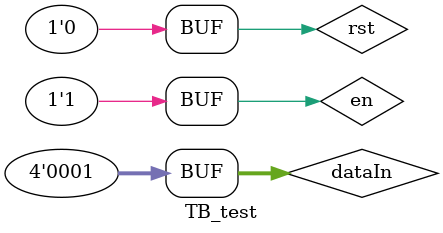
<source format=v>
`timescale 1ns / 1ps

module TB_test ();
  
  parameter WIDTH = 4;
  reg  en, rst;
  reg  [WIDTH-1:0] dataIn;
  wire [WIDTH-1:0] dataOut;
  
  DLatch #(.WIDTH(WIDTH)) DUT (
    .en(en),
    .rst(rst),
    .dataIn(dataIn),
    .dataOut(dataOut)
  );
  
  initial
    begin
      rst <= 1'b1; en <= 1'b0; 
      dataIn <= 4'b0000; #10;
      
      rst <= 1'b0; en <= 1'b1;
      dataIn <= 4'b0101; #20;
      dataIn <= 4'b1100; #20;
      
      en <= 1'b0;
      dataIn <= 4'b1111; #20;
      dataIn <= 4'b0001; #20;
      
      en <= 1'b1; #10;
    end
endmodule
</source>
